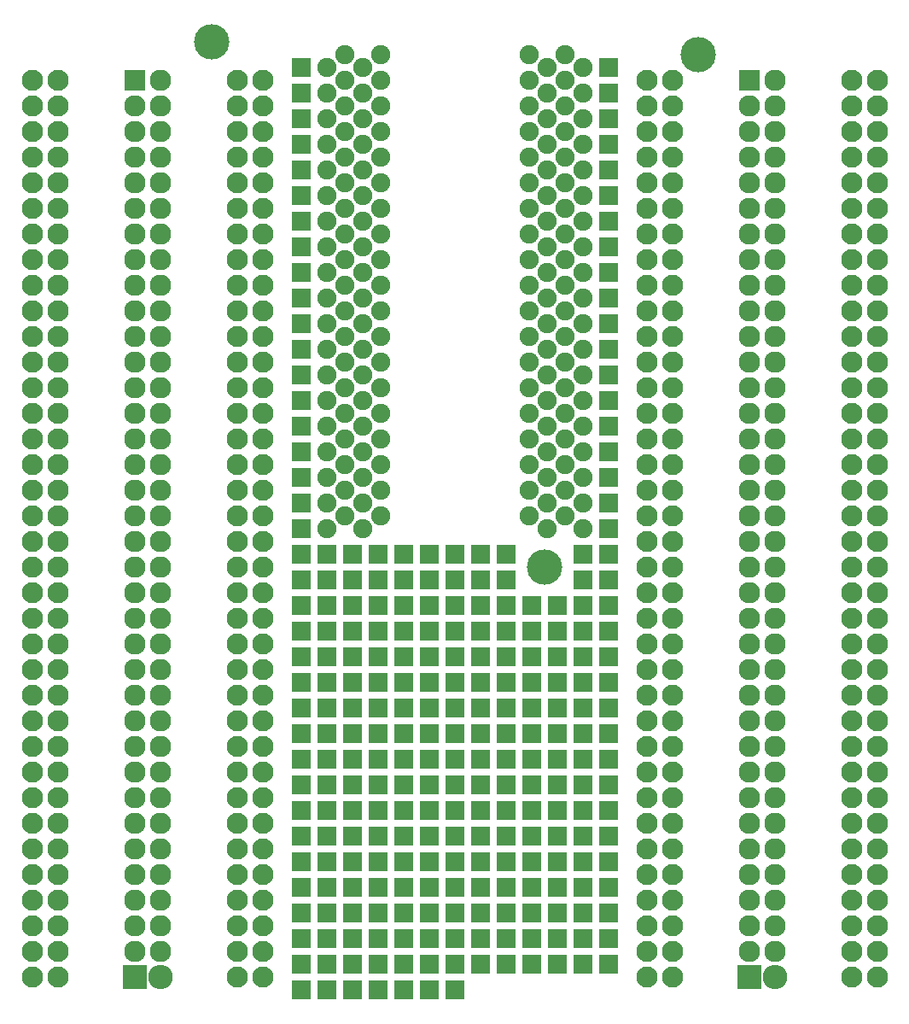
<source format=gbs>
G04 #@! TF.FileFunction,Soldermask,Bot*
%FSLAX46Y46*%
G04 Gerber Fmt 4.6, Leading zero omitted, Abs format (unit mm)*
G04 Created by KiCad (PCBNEW 4.0.0-2.201512062335+6193~38~ubuntu15.10.1-stable) date ti 19. tammikuuta 2016 16.11.54*
%MOMM*%
G01*
G04 APERTURE LIST*
%ADD10C,0.100000*%
%ADD11R,2.432000X2.432000*%
%ADD12O,2.432000X2.432000*%
%ADD13R,1.900000X1.900000*%
%ADD14C,1.900000*%
%ADD15C,3.500000*%
%ADD16R,2.127200X2.127200*%
%ADD17O,2.127200X2.127200*%
%ADD18C,2.100000*%
G04 APERTURE END LIST*
D10*
D11*
X176784000Y-139192000D03*
D12*
X179324000Y-139192000D03*
D11*
X115824000Y-139192000D03*
D12*
X118364000Y-139192000D03*
D13*
X162814000Y-89662000D03*
X162814000Y-94742000D03*
X162814000Y-92202000D03*
X162814000Y-82042000D03*
X162814000Y-87122000D03*
X162814000Y-84582000D03*
X162814000Y-74422000D03*
X162814000Y-79502000D03*
X162814000Y-76962000D03*
X162814000Y-66802000D03*
X162814000Y-71882000D03*
X162814000Y-69342000D03*
X162814000Y-59182000D03*
X162814000Y-64262000D03*
X162814000Y-61722000D03*
X162814000Y-51562000D03*
X162814000Y-56642000D03*
X162814000Y-54102000D03*
X162814000Y-49022000D03*
X132334000Y-49022000D03*
X132334000Y-51562000D03*
X132334000Y-56642000D03*
X132334000Y-54102000D03*
X132334000Y-59182000D03*
X132334000Y-64262000D03*
X132334000Y-61722000D03*
X132334000Y-66802000D03*
X132334000Y-71882000D03*
X132334000Y-69342000D03*
X132334000Y-74422000D03*
X132334000Y-79502000D03*
X132334000Y-76962000D03*
X132334000Y-82042000D03*
X132334000Y-87122000D03*
X132334000Y-84582000D03*
X132334000Y-89662000D03*
X132334000Y-94742000D03*
X132334000Y-92202000D03*
X160274000Y-97282000D03*
X160274000Y-99822000D03*
X162814000Y-135382000D03*
X162814000Y-137922000D03*
X162814000Y-127762000D03*
X162814000Y-132842000D03*
X162814000Y-130302000D03*
X162814000Y-120142000D03*
X162814000Y-125222000D03*
X162814000Y-122682000D03*
X162814000Y-112522000D03*
X162814000Y-117602000D03*
X162814000Y-115062000D03*
X162814000Y-104902000D03*
X162814000Y-109982000D03*
X162814000Y-107442000D03*
X162814000Y-97282000D03*
X162814000Y-102362000D03*
X162814000Y-99822000D03*
X132334000Y-135382000D03*
X134874000Y-135382000D03*
X137414000Y-135382000D03*
X137414000Y-137922000D03*
X137414000Y-140462000D03*
X134874000Y-140462000D03*
X132334000Y-140462000D03*
X132334000Y-137922000D03*
X134874000Y-137922000D03*
X132334000Y-127762000D03*
X134874000Y-127762000D03*
X137414000Y-127762000D03*
X137414000Y-130302000D03*
X137414000Y-132842000D03*
X134874000Y-132842000D03*
X132334000Y-132842000D03*
X132334000Y-130302000D03*
X134874000Y-130302000D03*
X132334000Y-120142000D03*
X134874000Y-120142000D03*
X137414000Y-120142000D03*
X137414000Y-122682000D03*
X137414000Y-125222000D03*
X134874000Y-125222000D03*
X132334000Y-125222000D03*
X132334000Y-122682000D03*
X134874000Y-122682000D03*
X132334000Y-112522000D03*
X134874000Y-112522000D03*
X137414000Y-112522000D03*
X137414000Y-115062000D03*
X137414000Y-117602000D03*
X134874000Y-117602000D03*
X132334000Y-117602000D03*
X132334000Y-115062000D03*
X134874000Y-115062000D03*
X139954000Y-135382000D03*
X142494000Y-135382000D03*
X145034000Y-135382000D03*
X145034000Y-137922000D03*
X145034000Y-140462000D03*
X142494000Y-140462000D03*
X139954000Y-140462000D03*
X139954000Y-137922000D03*
X142494000Y-137922000D03*
X139954000Y-127762000D03*
X142494000Y-127762000D03*
X145034000Y-127762000D03*
X145034000Y-130302000D03*
X145034000Y-132842000D03*
X142494000Y-132842000D03*
X139954000Y-132842000D03*
X139954000Y-130302000D03*
X142494000Y-130302000D03*
X139954000Y-120142000D03*
X142494000Y-120142000D03*
X145034000Y-120142000D03*
X145034000Y-122682000D03*
X145034000Y-125222000D03*
X142494000Y-125222000D03*
X139954000Y-125222000D03*
X139954000Y-122682000D03*
X142494000Y-122682000D03*
X139954000Y-112522000D03*
X142494000Y-112522000D03*
X145034000Y-112522000D03*
X145034000Y-115062000D03*
X145034000Y-117602000D03*
X142494000Y-117602000D03*
X139954000Y-117602000D03*
X139954000Y-115062000D03*
X142494000Y-115062000D03*
X147574000Y-135382000D03*
X150114000Y-135382000D03*
X152654000Y-135382000D03*
X152654000Y-137922000D03*
X147574000Y-140462000D03*
X147574000Y-137922000D03*
X150114000Y-137922000D03*
X147574000Y-127762000D03*
X150114000Y-127762000D03*
X152654000Y-127762000D03*
X152654000Y-130302000D03*
X152654000Y-132842000D03*
X150114000Y-132842000D03*
X147574000Y-132842000D03*
X147574000Y-130302000D03*
X150114000Y-130302000D03*
X147574000Y-120142000D03*
X150114000Y-120142000D03*
X152654000Y-120142000D03*
X152654000Y-122682000D03*
X152654000Y-125222000D03*
X150114000Y-125222000D03*
X147574000Y-125222000D03*
X147574000Y-122682000D03*
X150114000Y-122682000D03*
X147574000Y-112522000D03*
X150114000Y-112522000D03*
X152654000Y-112522000D03*
X152654000Y-115062000D03*
X152654000Y-117602000D03*
X150114000Y-117602000D03*
X147574000Y-117602000D03*
X147574000Y-115062000D03*
X150114000Y-115062000D03*
X155194000Y-132842000D03*
X157734000Y-132842000D03*
X160274000Y-132842000D03*
X160274000Y-135382000D03*
X160274000Y-137922000D03*
X157734000Y-137922000D03*
X155194000Y-137922000D03*
X155194000Y-135382000D03*
X157734000Y-135382000D03*
X155194000Y-125222000D03*
X157734000Y-125222000D03*
X160274000Y-125222000D03*
X160274000Y-127762000D03*
X160274000Y-130302000D03*
X157734000Y-130302000D03*
X155194000Y-130302000D03*
X155194000Y-127762000D03*
X157734000Y-127762000D03*
X155194000Y-117602000D03*
X157734000Y-117602000D03*
X160274000Y-117602000D03*
X160274000Y-120142000D03*
X160274000Y-122682000D03*
X157734000Y-122682000D03*
X155194000Y-122682000D03*
X155194000Y-120142000D03*
X157734000Y-120142000D03*
X155194000Y-109982000D03*
X157734000Y-109982000D03*
X160274000Y-109982000D03*
X160274000Y-112522000D03*
X160274000Y-115062000D03*
X157734000Y-115062000D03*
X155194000Y-115062000D03*
X155194000Y-112522000D03*
X157734000Y-112522000D03*
X155194000Y-102362000D03*
X157734000Y-102362000D03*
X160274000Y-102362000D03*
X160274000Y-104902000D03*
X160274000Y-107442000D03*
X157734000Y-107442000D03*
X155194000Y-107442000D03*
X155194000Y-104902000D03*
X157734000Y-104902000D03*
X147574000Y-104902000D03*
X150114000Y-104902000D03*
X152654000Y-104902000D03*
X152654000Y-107442000D03*
X152654000Y-109982000D03*
X150114000Y-109982000D03*
X147574000Y-109982000D03*
X147574000Y-107442000D03*
X150114000Y-107442000D03*
X139954000Y-104902000D03*
X142494000Y-104902000D03*
X145034000Y-104902000D03*
X145034000Y-107442000D03*
X145034000Y-109982000D03*
X142494000Y-109982000D03*
X139954000Y-109982000D03*
X139954000Y-107442000D03*
X142494000Y-107442000D03*
X132334000Y-104902000D03*
X134874000Y-104902000D03*
X137414000Y-104902000D03*
X137414000Y-107442000D03*
X137414000Y-109982000D03*
X134874000Y-109982000D03*
X132334000Y-109982000D03*
X132334000Y-107442000D03*
X134874000Y-107442000D03*
X132334000Y-97282000D03*
X134874000Y-97282000D03*
X137414000Y-97282000D03*
X137414000Y-99822000D03*
X137414000Y-102362000D03*
X134874000Y-102362000D03*
X132334000Y-102362000D03*
X132334000Y-99822000D03*
X134874000Y-99822000D03*
X139954000Y-97282000D03*
X142494000Y-97282000D03*
X145034000Y-97282000D03*
X145034000Y-99822000D03*
X145034000Y-102362000D03*
X142494000Y-102362000D03*
X139954000Y-102362000D03*
X139954000Y-99822000D03*
X142494000Y-99822000D03*
D14*
X140208000Y-93472000D03*
X136652000Y-93472000D03*
X138430000Y-94742000D03*
X134874000Y-94742000D03*
X156718000Y-94742000D03*
X160274000Y-94742000D03*
X154940000Y-93472000D03*
X158496000Y-93472000D03*
X140208000Y-90932000D03*
X136652000Y-90932000D03*
X138430000Y-92202000D03*
X134874000Y-92202000D03*
X156718000Y-92202000D03*
X160274000Y-92202000D03*
X154940000Y-90932000D03*
X158496000Y-90932000D03*
X140208000Y-88392000D03*
X136652000Y-88392000D03*
X138430000Y-89662000D03*
X134874000Y-89662000D03*
X156718000Y-89662000D03*
X160274000Y-89662000D03*
X154940000Y-88392000D03*
X158496000Y-88392000D03*
X140208000Y-85852000D03*
X136652000Y-85852000D03*
X138430000Y-87122000D03*
X134874000Y-87122000D03*
X156718000Y-87122000D03*
X160274000Y-87122000D03*
X154940000Y-85852000D03*
X158496000Y-85852000D03*
X140208000Y-83312000D03*
X136652000Y-83312000D03*
X138430000Y-84582000D03*
X134874000Y-84582000D03*
X156718000Y-84582000D03*
X160274000Y-84582000D03*
X154940000Y-83312000D03*
X158496000Y-83312000D03*
X140208000Y-80772000D03*
X136652000Y-80772000D03*
X138430000Y-82042000D03*
X134874000Y-82042000D03*
X156718000Y-82042000D03*
X160274000Y-82042000D03*
X154940000Y-80772000D03*
X158496000Y-80772000D03*
X140208000Y-78232000D03*
X136652000Y-78232000D03*
X138430000Y-79502000D03*
X134874000Y-79502000D03*
X156718000Y-79502000D03*
X160274000Y-79502000D03*
X154940000Y-78232000D03*
X158496000Y-78232000D03*
X140208000Y-75692000D03*
X136652000Y-75692000D03*
X138430000Y-76962000D03*
X134874000Y-76962000D03*
X156718000Y-76962000D03*
X160274000Y-76962000D03*
X154940000Y-75692000D03*
X158496000Y-75692000D03*
X140208000Y-73152000D03*
X136652000Y-73152000D03*
X138430000Y-74422000D03*
X134874000Y-74422000D03*
X156718000Y-74422000D03*
X160274000Y-74422000D03*
X154940000Y-73152000D03*
X158496000Y-73152000D03*
X140208000Y-70612000D03*
X136652000Y-70612000D03*
X138430000Y-71882000D03*
X134874000Y-71882000D03*
X156718000Y-71882000D03*
X160274000Y-71882000D03*
X154940000Y-70612000D03*
X158496000Y-70612000D03*
X140208000Y-68072000D03*
X136652000Y-68072000D03*
X138430000Y-69342000D03*
X134874000Y-69342000D03*
X156718000Y-69342000D03*
X160274000Y-69342000D03*
X154940000Y-68072000D03*
X158496000Y-68072000D03*
X140208000Y-65532000D03*
X136652000Y-65532000D03*
X138430000Y-66802000D03*
X134874000Y-66802000D03*
X156718000Y-66802000D03*
X160274000Y-66802000D03*
X154940000Y-65532000D03*
X158496000Y-65532000D03*
X140208000Y-62992000D03*
X136652000Y-62992000D03*
X138430000Y-64262000D03*
X134874000Y-64262000D03*
X156718000Y-64262000D03*
X160274000Y-64262000D03*
X154940000Y-62992000D03*
X158496000Y-62992000D03*
X140208000Y-60452000D03*
X136652000Y-60452000D03*
X138430000Y-61722000D03*
X134874000Y-61722000D03*
X156718000Y-61722000D03*
X160274000Y-61722000D03*
X154940000Y-60452000D03*
X158496000Y-60452000D03*
X140208000Y-57912000D03*
X136652000Y-57912000D03*
X138430000Y-59182000D03*
X134874000Y-59182000D03*
X156718000Y-59182000D03*
X160274000Y-59182000D03*
X154940000Y-57912000D03*
X158496000Y-57912000D03*
X140208000Y-55372000D03*
X136652000Y-55372000D03*
X138430000Y-56642000D03*
X134874000Y-56642000D03*
X156718000Y-56642000D03*
X160274000Y-56642000D03*
X154940000Y-55372000D03*
X158496000Y-55372000D03*
X140208000Y-52832000D03*
X136652000Y-52832000D03*
X138430000Y-54102000D03*
X134874000Y-54102000D03*
X156718000Y-54102000D03*
X160274000Y-54102000D03*
X154940000Y-52832000D03*
X158496000Y-52832000D03*
X140208000Y-50292000D03*
X136652000Y-50292000D03*
X138430000Y-51562000D03*
X134874000Y-51562000D03*
X156718000Y-51562000D03*
X160274000Y-51562000D03*
X154940000Y-50292000D03*
X158496000Y-50292000D03*
D15*
X156464000Y-98552000D03*
X123444000Y-46482000D03*
D16*
X115824000Y-50292000D03*
D17*
X118364000Y-50292000D03*
X115824000Y-52832000D03*
X118364000Y-52832000D03*
X115824000Y-55372000D03*
X118364000Y-55372000D03*
X115824000Y-57912000D03*
X118364000Y-57912000D03*
X115824000Y-60452000D03*
X118364000Y-60452000D03*
X115824000Y-62992000D03*
X118364000Y-62992000D03*
X115824000Y-65532000D03*
X118364000Y-65532000D03*
X115824000Y-68072000D03*
X118364000Y-68072000D03*
X115824000Y-70612000D03*
X118364000Y-70612000D03*
X115824000Y-73152000D03*
X118364000Y-73152000D03*
X115824000Y-75692000D03*
X118364000Y-75692000D03*
X115824000Y-78232000D03*
X118364000Y-78232000D03*
X115824000Y-80772000D03*
X118364000Y-80772000D03*
X115824000Y-83312000D03*
X118364000Y-83312000D03*
X115824000Y-85852000D03*
X118364000Y-85852000D03*
X115824000Y-88392000D03*
X118364000Y-88392000D03*
X115824000Y-90932000D03*
X118364000Y-90932000D03*
X115824000Y-93472000D03*
X118364000Y-93472000D03*
X115824000Y-96012000D03*
X118364000Y-96012000D03*
X115824000Y-98552000D03*
X118364000Y-98552000D03*
X115824000Y-101092000D03*
X118364000Y-101092000D03*
X115824000Y-103632000D03*
X118364000Y-103632000D03*
X115824000Y-106172000D03*
X118364000Y-106172000D03*
X115824000Y-108712000D03*
X118364000Y-108712000D03*
X115824000Y-111252000D03*
X118364000Y-111252000D03*
X115824000Y-113792000D03*
X118364000Y-113792000D03*
X115824000Y-116332000D03*
X118364000Y-116332000D03*
X115824000Y-118872000D03*
X118364000Y-118872000D03*
X115824000Y-121412000D03*
X118364000Y-121412000D03*
X115824000Y-123952000D03*
X118364000Y-123952000D03*
X115824000Y-126492000D03*
X118364000Y-126492000D03*
X115824000Y-129032000D03*
X118364000Y-129032000D03*
X115824000Y-131572000D03*
X118364000Y-131572000D03*
X115824000Y-134112000D03*
X118364000Y-134112000D03*
X115824000Y-136652000D03*
X118364000Y-136652000D03*
D16*
X176784000Y-50292000D03*
D17*
X179324000Y-50292000D03*
X176784000Y-52832000D03*
X179324000Y-52832000D03*
X176784000Y-55372000D03*
X179324000Y-55372000D03*
X176784000Y-57912000D03*
X179324000Y-57912000D03*
X176784000Y-60452000D03*
X179324000Y-60452000D03*
X176784000Y-62992000D03*
X179324000Y-62992000D03*
X176784000Y-65532000D03*
X179324000Y-65532000D03*
X176784000Y-68072000D03*
X179324000Y-68072000D03*
X176784000Y-70612000D03*
X179324000Y-70612000D03*
X176784000Y-73152000D03*
X179324000Y-73152000D03*
X176784000Y-75692000D03*
X179324000Y-75692000D03*
X176784000Y-78232000D03*
X179324000Y-78232000D03*
X176784000Y-80772000D03*
X179324000Y-80772000D03*
X176784000Y-83312000D03*
X179324000Y-83312000D03*
X176784000Y-85852000D03*
X179324000Y-85852000D03*
X176784000Y-88392000D03*
X179324000Y-88392000D03*
X176784000Y-90932000D03*
X179324000Y-90932000D03*
X176784000Y-93472000D03*
X179324000Y-93472000D03*
X176784000Y-96012000D03*
X179324000Y-96012000D03*
X176784000Y-98552000D03*
X179324000Y-98552000D03*
X176784000Y-101092000D03*
X179324000Y-101092000D03*
X176784000Y-103632000D03*
X179324000Y-103632000D03*
X176784000Y-106172000D03*
X179324000Y-106172000D03*
X176784000Y-108712000D03*
X179324000Y-108712000D03*
X176784000Y-111252000D03*
X179324000Y-111252000D03*
X176784000Y-113792000D03*
X179324000Y-113792000D03*
X176784000Y-116332000D03*
X179324000Y-116332000D03*
X176784000Y-118872000D03*
X179324000Y-118872000D03*
X176784000Y-121412000D03*
X179324000Y-121412000D03*
X176784000Y-123952000D03*
X179324000Y-123952000D03*
X176784000Y-126492000D03*
X179324000Y-126492000D03*
X176784000Y-129032000D03*
X179324000Y-129032000D03*
X176784000Y-131572000D03*
X179324000Y-131572000D03*
X176784000Y-134112000D03*
X179324000Y-134112000D03*
X176784000Y-136652000D03*
X179324000Y-136652000D03*
D18*
X105664000Y-50292000D03*
X108204000Y-50292000D03*
X105664000Y-52832000D03*
X108204000Y-52832000D03*
X105664000Y-55372000D03*
X108204000Y-55372000D03*
X105664000Y-57912000D03*
X108204000Y-57912000D03*
X105664000Y-60452000D03*
X108204000Y-60452000D03*
X105664000Y-62992000D03*
X108204000Y-62992000D03*
X105664000Y-65532000D03*
X108204000Y-65532000D03*
X105664000Y-68072000D03*
X108204000Y-68072000D03*
X105664000Y-70612000D03*
X108204000Y-70612000D03*
X105664000Y-73152000D03*
X108204000Y-73152000D03*
X105664000Y-75692000D03*
X108204000Y-75692000D03*
X105664000Y-78232000D03*
X108204000Y-78232000D03*
X105664000Y-80772000D03*
X108204000Y-80772000D03*
X105664000Y-83312000D03*
X108204000Y-83312000D03*
X105664000Y-85852000D03*
X108204000Y-85852000D03*
X105664000Y-88392000D03*
X108204000Y-88392000D03*
X105664000Y-90932000D03*
X108204000Y-90932000D03*
X105664000Y-93472000D03*
X108204000Y-93472000D03*
X105664000Y-96012000D03*
X108204000Y-96012000D03*
X105664000Y-98552000D03*
X108204000Y-98552000D03*
X105664000Y-101092000D03*
X108204000Y-101092000D03*
X105664000Y-103632000D03*
X108204000Y-103632000D03*
X105664000Y-106172000D03*
X108204000Y-106172000D03*
X105664000Y-108712000D03*
X108204000Y-108712000D03*
X105664000Y-111252000D03*
X108204000Y-111252000D03*
X105664000Y-113792000D03*
X108204000Y-113792000D03*
X105664000Y-116332000D03*
X108204000Y-116332000D03*
X105664000Y-118872000D03*
X108204000Y-118872000D03*
X105664000Y-121412000D03*
X108204000Y-121412000D03*
X105664000Y-123952000D03*
X108204000Y-123952000D03*
X105664000Y-126492000D03*
X108204000Y-126492000D03*
X105664000Y-129032000D03*
X108204000Y-129032000D03*
X105664000Y-131572000D03*
X108204000Y-131572000D03*
X105664000Y-134112000D03*
X108204000Y-134112000D03*
X105664000Y-136652000D03*
X108204000Y-136652000D03*
X128524000Y-50292000D03*
X125984000Y-50292000D03*
X128524000Y-52832000D03*
X125984000Y-52832000D03*
X128524000Y-55372000D03*
X125984000Y-55372000D03*
X128524000Y-57912000D03*
X125984000Y-57912000D03*
X128524000Y-60452000D03*
X125984000Y-60452000D03*
X128524000Y-62992000D03*
X125984000Y-62992000D03*
X128524000Y-65532000D03*
X125984000Y-65532000D03*
X128524000Y-68072000D03*
X125984000Y-68072000D03*
X128524000Y-70612000D03*
X125984000Y-70612000D03*
X128524000Y-73152000D03*
X125984000Y-73152000D03*
X128524000Y-75692000D03*
X125984000Y-75692000D03*
X128524000Y-78232000D03*
X125984000Y-78232000D03*
X128524000Y-80772000D03*
X125984000Y-80772000D03*
X128524000Y-83312000D03*
X125984000Y-83312000D03*
X128524000Y-85852000D03*
X125984000Y-85852000D03*
X128524000Y-88392000D03*
X125984000Y-88392000D03*
X128524000Y-90932000D03*
X125984000Y-90932000D03*
X128524000Y-93472000D03*
X125984000Y-93472000D03*
X128524000Y-96012000D03*
X125984000Y-96012000D03*
X128524000Y-98552000D03*
X125984000Y-98552000D03*
X128524000Y-101092000D03*
X125984000Y-101092000D03*
X128524000Y-103632000D03*
X125984000Y-103632000D03*
X128524000Y-106172000D03*
X125984000Y-106172000D03*
X128524000Y-108712000D03*
X125984000Y-108712000D03*
X128524000Y-111252000D03*
X125984000Y-111252000D03*
X128524000Y-113792000D03*
X125984000Y-113792000D03*
X128524000Y-116332000D03*
X125984000Y-116332000D03*
X128524000Y-118872000D03*
X125984000Y-118872000D03*
X128524000Y-121412000D03*
X125984000Y-121412000D03*
X128524000Y-123952000D03*
X125984000Y-123952000D03*
X128524000Y-126492000D03*
X125984000Y-126492000D03*
X128524000Y-129032000D03*
X125984000Y-129032000D03*
X128524000Y-131572000D03*
X125984000Y-131572000D03*
X128524000Y-134112000D03*
X125984000Y-134112000D03*
X128524000Y-136652000D03*
X125984000Y-136652000D03*
X166624000Y-50292000D03*
X169164000Y-50292000D03*
X166624000Y-52832000D03*
X169164000Y-52832000D03*
X166624000Y-55372000D03*
X169164000Y-55372000D03*
X166624000Y-57912000D03*
X169164000Y-57912000D03*
X166624000Y-60452000D03*
X169164000Y-60452000D03*
X166624000Y-62992000D03*
X169164000Y-62992000D03*
X166624000Y-65532000D03*
X169164000Y-65532000D03*
X166624000Y-68072000D03*
X169164000Y-68072000D03*
X166624000Y-70612000D03*
X169164000Y-70612000D03*
X166624000Y-73152000D03*
X169164000Y-73152000D03*
X166624000Y-75692000D03*
X169164000Y-75692000D03*
X166624000Y-78232000D03*
X169164000Y-78232000D03*
X166624000Y-80772000D03*
X169164000Y-80772000D03*
X166624000Y-83312000D03*
X169164000Y-83312000D03*
X166624000Y-85852000D03*
X169164000Y-85852000D03*
X166624000Y-88392000D03*
X169164000Y-88392000D03*
X166624000Y-90932000D03*
X169164000Y-90932000D03*
X166624000Y-93472000D03*
X169164000Y-93472000D03*
X166624000Y-96012000D03*
X169164000Y-96012000D03*
X166624000Y-98552000D03*
X169164000Y-98552000D03*
X166624000Y-101092000D03*
X169164000Y-101092000D03*
X166624000Y-103632000D03*
X169164000Y-103632000D03*
X166624000Y-106172000D03*
X169164000Y-106172000D03*
X166624000Y-108712000D03*
X169164000Y-108712000D03*
X166624000Y-111252000D03*
X169164000Y-111252000D03*
X166624000Y-113792000D03*
X169164000Y-113792000D03*
X166624000Y-116332000D03*
X169164000Y-116332000D03*
X166624000Y-118872000D03*
X169164000Y-118872000D03*
X166624000Y-121412000D03*
X169164000Y-121412000D03*
X166624000Y-123952000D03*
X169164000Y-123952000D03*
X166624000Y-126492000D03*
X169164000Y-126492000D03*
X166624000Y-129032000D03*
X169164000Y-129032000D03*
X166624000Y-131572000D03*
X169164000Y-131572000D03*
X166624000Y-134112000D03*
X169164000Y-134112000D03*
X166624000Y-136652000D03*
X169164000Y-136652000D03*
X189484000Y-50292000D03*
X186944000Y-50292000D03*
X189484000Y-52832000D03*
X186944000Y-52832000D03*
X189484000Y-55372000D03*
X186944000Y-55372000D03*
X189484000Y-57912000D03*
X186944000Y-57912000D03*
X189484000Y-60452000D03*
X186944000Y-60452000D03*
X189484000Y-62992000D03*
X186944000Y-62992000D03*
X189484000Y-65532000D03*
X186944000Y-65532000D03*
X189484000Y-68072000D03*
X186944000Y-68072000D03*
X189484000Y-70612000D03*
X186944000Y-70612000D03*
X189484000Y-73152000D03*
X186944000Y-73152000D03*
X189484000Y-75692000D03*
X186944000Y-75692000D03*
X189484000Y-78232000D03*
X186944000Y-78232000D03*
X189484000Y-80772000D03*
X186944000Y-80772000D03*
X189484000Y-83312000D03*
X186944000Y-83312000D03*
X189484000Y-85852000D03*
X186944000Y-85852000D03*
X189484000Y-88392000D03*
X186944000Y-88392000D03*
X189484000Y-90932000D03*
X186944000Y-90932000D03*
X189484000Y-93472000D03*
X186944000Y-93472000D03*
X189484000Y-96012000D03*
X186944000Y-96012000D03*
X189484000Y-98552000D03*
X186944000Y-98552000D03*
X189484000Y-101092000D03*
X186944000Y-101092000D03*
X189484000Y-103632000D03*
X186944000Y-103632000D03*
X189484000Y-106172000D03*
X186944000Y-106172000D03*
X189484000Y-108712000D03*
X186944000Y-108712000D03*
X189484000Y-111252000D03*
X186944000Y-111252000D03*
X189484000Y-113792000D03*
X186944000Y-113792000D03*
X189484000Y-116332000D03*
X186944000Y-116332000D03*
X189484000Y-118872000D03*
X186944000Y-118872000D03*
X189484000Y-121412000D03*
X186944000Y-121412000D03*
X189484000Y-123952000D03*
X186944000Y-123952000D03*
X189484000Y-126492000D03*
X186944000Y-126492000D03*
X189484000Y-129032000D03*
X186944000Y-129032000D03*
X189484000Y-131572000D03*
X186944000Y-131572000D03*
X189484000Y-134112000D03*
X186944000Y-134112000D03*
X189484000Y-136652000D03*
X186944000Y-136652000D03*
X105664000Y-139192000D03*
X108204000Y-139192000D03*
X128524000Y-139192000D03*
X125984000Y-139192000D03*
X166624000Y-139192000D03*
X169164000Y-139192000D03*
X189484000Y-139192000D03*
X186944000Y-139192000D03*
D15*
X171704000Y-47752000D03*
D14*
X140208000Y-47752000D03*
X136652000Y-47752000D03*
X138430000Y-49022000D03*
X134874000Y-49022000D03*
X156718000Y-49022000D03*
X160274000Y-49022000D03*
X154940000Y-47752000D03*
X158496000Y-47752000D03*
D13*
X147574000Y-97282000D03*
X150114000Y-97282000D03*
X152654000Y-97282000D03*
X152654000Y-99822000D03*
X152654000Y-102362000D03*
X150114000Y-102362000D03*
X147574000Y-102362000D03*
X147574000Y-99822000D03*
X150114000Y-99822000D03*
M02*

</source>
